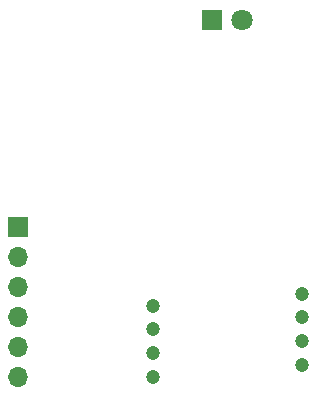
<source format=gbr>
%TF.GenerationSoftware,KiCad,Pcbnew,7.0.8*%
%TF.CreationDate,2023-12-07T15:10:26-06:00*%
%TF.ProjectId,MouseSensors,4d6f7573-6553-4656-9e73-6f72732e6b69,rev?*%
%TF.SameCoordinates,Original*%
%TF.FileFunction,Soldermask,Bot*%
%TF.FilePolarity,Negative*%
%FSLAX46Y46*%
G04 Gerber Fmt 4.6, Leading zero omitted, Abs format (unit mm)*
G04 Created by KiCad (PCBNEW 7.0.8) date 2023-12-07 15:10:26*
%MOMM*%
%LPD*%
G01*
G04 APERTURE LIST*
%ADD10C,1.200000*%
%ADD11R,1.700000X1.700000*%
%ADD12O,1.700000X1.700000*%
%ADD13R,1.800000X1.800000*%
%ADD14C,1.800000*%
G04 APERTURE END LIST*
D10*
%TO.C,U1*%
X147717500Y-97200000D03*
X147717500Y-99200000D03*
X147717500Y-101200000D03*
X147717500Y-103200000D03*
X160317500Y-102200000D03*
X160317500Y-100200000D03*
X160317500Y-98200000D03*
X160317500Y-96200000D03*
%TD*%
D11*
%TO.C,J1*%
X136225000Y-90500000D03*
D12*
X136225000Y-93040000D03*
X136225000Y-95580000D03*
X136225000Y-98120000D03*
X136225000Y-100660000D03*
X136225000Y-103200000D03*
%TD*%
D13*
%TO.C,D1*%
X152725000Y-73000000D03*
D14*
X155265000Y-73000000D03*
%TD*%
M02*

</source>
